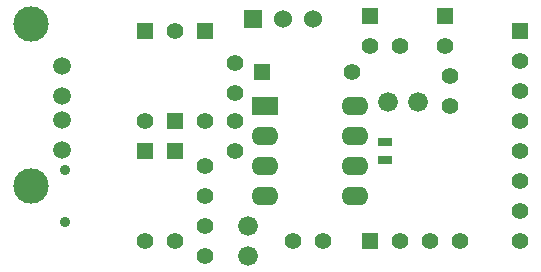
<source format=gbs>
G04 (created by PCBNEW (2013-mar-13)-testing) date Wed 17 Sep 2014 04:23:05 PM PDT*
%MOIN*%
G04 Gerber Fmt 3.4, Leading zero omitted, Abs format*
%FSLAX34Y34*%
G01*
G70*
G90*
G04 APERTURE LIST*
%ADD10C,0.005906*%
%ADD11R,0.055000X0.055000*%
%ADD12C,0.055000*%
%ADD13C,0.035400*%
%ADD14C,0.066000*%
%ADD15R,0.090000X0.062000*%
%ADD16O,0.090000X0.062000*%
%ADD17R,0.060000X0.060000*%
%ADD18C,0.060000*%
%ADD19C,0.059100*%
%ADD20C,0.118100*%
%ADD21R,0.045000X0.025000*%
G04 APERTURE END LIST*
G54D10*
G54D11*
X56000Y-36500D03*
G54D12*
X56000Y-37500D03*
X50917Y-44000D03*
X51917Y-44000D03*
G54D13*
X43335Y-41653D03*
X43335Y-43385D03*
G54D11*
X46000Y-37000D03*
G54D12*
X46000Y-40000D03*
G54D11*
X46000Y-41000D03*
G54D12*
X46000Y-44000D03*
G54D11*
X47000Y-41000D03*
G54D12*
X47000Y-44000D03*
G54D11*
X49877Y-38385D03*
G54D12*
X52877Y-38385D03*
G54D14*
X54106Y-39370D03*
X55106Y-39370D03*
G54D11*
X48000Y-37000D03*
G54D12*
X48000Y-40000D03*
G54D11*
X47000Y-40000D03*
G54D12*
X47000Y-37000D03*
G54D14*
X49409Y-43500D03*
X49409Y-44500D03*
G54D15*
X50000Y-39500D03*
G54D16*
X50000Y-40500D03*
X50000Y-41500D03*
X50000Y-42500D03*
X53000Y-42500D03*
X53000Y-41500D03*
X53000Y-40500D03*
X53000Y-39500D03*
G54D17*
X49590Y-36614D03*
G54D18*
X50590Y-36614D03*
X51590Y-36614D03*
G54D19*
X43228Y-40966D03*
X43228Y-39966D03*
X43228Y-39166D03*
X43228Y-38166D03*
G54D20*
X42178Y-42166D03*
X42178Y-36766D03*
G54D11*
X58500Y-37000D03*
G54D12*
X58500Y-38000D03*
X58500Y-39000D03*
X58500Y-40000D03*
X58500Y-41000D03*
X58500Y-42000D03*
X58500Y-43000D03*
X58500Y-44000D03*
G54D11*
X53500Y-44000D03*
G54D12*
X54500Y-44000D03*
X55500Y-44000D03*
X56500Y-44000D03*
X49000Y-38082D03*
X49000Y-39082D03*
X49000Y-40000D03*
X49000Y-41000D03*
X48000Y-41500D03*
X48000Y-42500D03*
X56141Y-39500D03*
X56141Y-38500D03*
X48000Y-43500D03*
X48000Y-44500D03*
G54D21*
X54000Y-41300D03*
X54000Y-40700D03*
G54D11*
X53500Y-36500D03*
G54D12*
X53500Y-37500D03*
X54500Y-37500D03*
M02*

</source>
